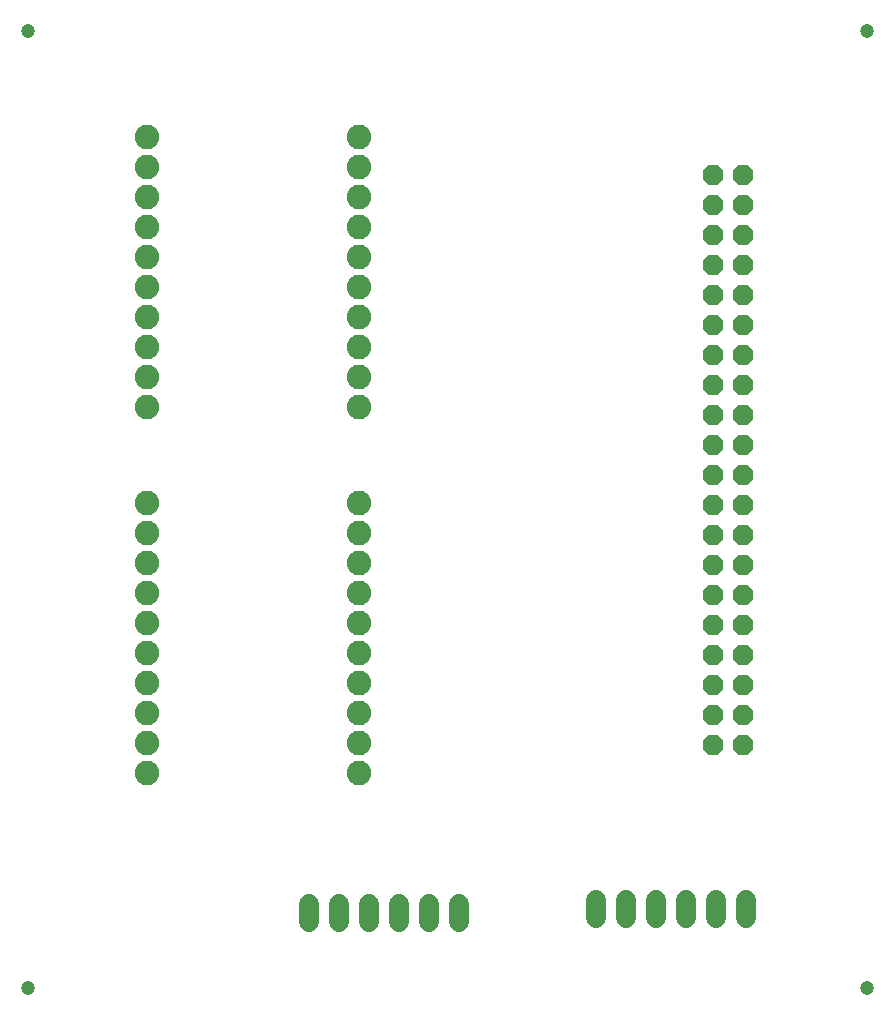
<source format=gbr>
G04 EAGLE Gerber RS-274X export*
G75*
%MOMM*%
%FSLAX34Y34*%
%LPD*%
%INSoldermask Bottom*%
%IPPOS*%
%AMOC8*
5,1,8,0,0,1.08239X$1,22.5*%
G01*
%ADD10C,1.203200*%
%ADD11P,1.869504X8X112.500000*%
%ADD12C,1.727200*%
%ADD13C,2.082800*%


D10*
X30000Y840000D03*
X740000Y840000D03*
X740000Y30000D03*
X30000Y30000D03*
D11*
X634900Y235000D03*
X609500Y235000D03*
X634900Y260400D03*
X609500Y260400D03*
X634900Y285800D03*
X609500Y285800D03*
X634900Y311200D03*
X609500Y311200D03*
X634900Y336600D03*
X609500Y336600D03*
X634900Y362000D03*
X609500Y362000D03*
X634900Y387400D03*
X609500Y387400D03*
X634900Y412800D03*
X609500Y412800D03*
X634900Y438200D03*
X609500Y438200D03*
X634900Y463600D03*
X609500Y463600D03*
X634900Y489000D03*
X609500Y489000D03*
X634900Y514400D03*
X609500Y514400D03*
X634900Y539800D03*
X609500Y539800D03*
X634900Y565200D03*
X609500Y565200D03*
X634900Y590600D03*
X609500Y590600D03*
X634900Y616000D03*
X609500Y616000D03*
X634900Y641400D03*
X609500Y641400D03*
X634900Y666800D03*
X609500Y666800D03*
X634900Y692200D03*
X609500Y692200D03*
X634900Y717600D03*
X609500Y717600D03*
D12*
X394500Y100920D02*
X394500Y85680D01*
X369100Y85680D02*
X369100Y100920D01*
X343700Y100920D02*
X343700Y85680D01*
X318300Y85680D02*
X318300Y100920D01*
X292900Y100920D02*
X292900Y85680D01*
X267500Y85680D02*
X267500Y100920D01*
X510600Y104320D02*
X510600Y89080D01*
X536000Y89080D02*
X536000Y104320D01*
X561400Y104320D02*
X561400Y89080D01*
X586800Y89080D02*
X586800Y104320D01*
X612200Y104320D02*
X612200Y89080D01*
X637600Y89080D02*
X637600Y104320D01*
D13*
X130000Y440000D03*
X130000Y414600D03*
X130000Y389200D03*
X130000Y363800D03*
X130000Y338400D03*
X130000Y313000D03*
X130000Y287600D03*
X130000Y262200D03*
X130000Y236800D03*
X130000Y211400D03*
X130000Y750000D03*
X130000Y724600D03*
X130000Y699200D03*
X130000Y673800D03*
X130000Y648400D03*
X130000Y623000D03*
X130000Y597600D03*
X130000Y572200D03*
X130000Y546800D03*
X130000Y521400D03*
X310000Y440000D03*
X310000Y414600D03*
X310000Y389200D03*
X310000Y363800D03*
X310000Y338400D03*
X310000Y313000D03*
X310000Y287600D03*
X310000Y262200D03*
X310000Y236800D03*
X310000Y211400D03*
X310000Y750000D03*
X310000Y724600D03*
X310000Y699200D03*
X310000Y673800D03*
X310000Y648400D03*
X310000Y623000D03*
X310000Y597600D03*
X310000Y572200D03*
X310000Y546800D03*
X310000Y521400D03*
M02*

</source>
